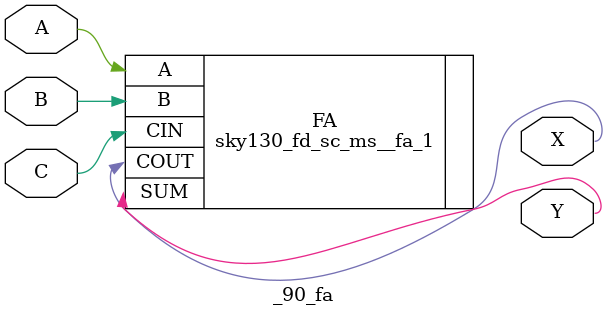
<source format=v>
`define FA_CELL         sky130_fd_sc_ms__fa_1 

(* techmap_celltype = "$fa" *)
module _90_fa (A, B, C, X, Y);
	parameter WIDTH = 1;

	(* force_downto *)
	input [WIDTH-1:0] A, B, C;
	(* force_downto *)
	output [WIDTH-1:0] X, Y;

	(* force_downto *)
	wire [WIDTH-1:0] t1, t2, t3;

    wire _TECHMAP_FAIL_ = WIDTH > 1;

    `FA_CELL FA ( .COUT(X), .CIN(C), .A(A), .B(B), .SUM(Y) );

endmodule
</source>
